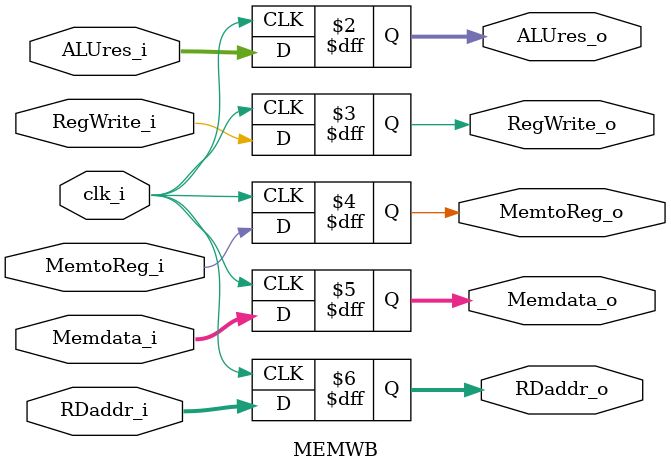
<source format=v>
module MEMWB
(
    clk_i,
    ALUres_i,
    RegWrite_i,
    MemtoReg_i,
    Memdata_i,
    RDaddr_i,
    
    ALUres_o,
    RegWrite_o,
    MemtoReg_o,
    Memdata_o,
    RDaddr_o
);

// Ports
input               clk_i;
input   [31:0]       ALUres_i;
input               RegWrite_i;
input               MemtoReg_i;
input   [31:0]      Memdata_i;
input   [4:0]       RDaddr_i;

output  [31:0]       ALUres_o;
output              RegWrite_o;
output              MemtoReg_o;
output  [31:0]      Memdata_o;
output  [4:0]       RDaddr_o;

reg     [31:0]       ALUres_o;
reg                 RegWrite_o;
reg                 MemtoReg_o;
reg     [31:0]      Memdata_o;
reg     [4:0]       RDaddr_o;

always@(posedge clk_i) begin
    ALUres_o <= ALUres_i;
    RegWrite_o <= RegWrite_i;
    MemtoReg_o <= MemtoReg_i;
    Memdata_o <= Memdata_i;
    RDaddr_o <= RDaddr_i;
end

endmodule

</source>
